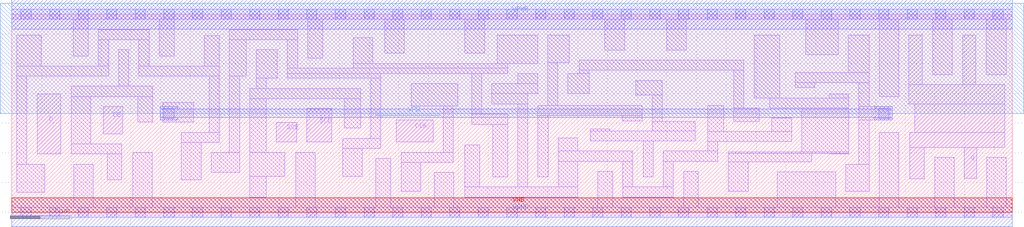
<source format=lef>
# Copyright 2020 The SkyWater PDK Authors
#
# Licensed under the Apache License, Version 2.0 (the "License");
# you may not use this file except in compliance with the License.
# You may obtain a copy of the License at
#
#     https://www.apache.org/licenses/LICENSE-2.0
#
# Unless required by applicable law or agreed to in writing, software
# distributed under the License is distributed on an "AS IS" BASIS,
# WITHOUT WARRANTIES OR CONDITIONS OF ANY KIND, either express or implied.
# See the License for the specific language governing permissions and
# limitations under the License.
#
# SPDX-License-Identifier: Apache-2.0

VERSION 5.7 ;
  NOWIREEXTENSIONATPIN ON ;
  DIVIDERCHAR "/" ;
  BUSBITCHARS "[]" ;
MACRO sky130_fd_sc_ls__sedfxtp_4
  CLASS CORE ;
  FOREIGN sky130_fd_sc_ls__sedfxtp_4 ;
  ORIGIN  0.000000  0.000000 ;
  SIZE  16.80000 BY  3.330000 ;
  SYMMETRY X Y ;
  SITE unit ;
  PIN D
    ANTENNAGATEAREA  0.159000 ;
    DIRECTION INPUT ;
    USE SIGNAL ;
    PORT
      LAYER li1 ;
        RECT 0.425000 0.980000 0.825000 1.990000 ;
    END
  END D
  PIN DE
    ANTENNAGATEAREA  0.318000 ;
    DIRECTION INPUT ;
    USE SIGNAL ;
    PORT
      LAYER li1 ;
        RECT 1.535000 1.320000 1.865000 1.780000 ;
    END
  END DE
  PIN Q
    ANTENNADIFFAREA  1.097500 ;
    DIRECTION OUTPUT ;
    USE SIGNAL ;
    PORT
      LAYER li1 ;
        RECT 15.065000 1.820000 16.675000 2.150000 ;
        RECT 15.065000 2.150000 15.285000 2.980000 ;
        RECT 15.075000 0.560000 15.325000 1.090000 ;
        RECT 15.075000 1.090000 16.675000 1.340000 ;
        RECT 15.165000 1.340000 16.675000 1.820000 ;
        RECT 15.970000 2.150000 16.185000 2.980000 ;
        RECT 15.995000 0.575000 16.200000 1.090000 ;
    END
  END Q
  PIN SCD
    ANTENNAGATEAREA  0.159000 ;
    DIRECTION INPUT ;
    USE SIGNAL ;
    PORT
      LAYER li1 ;
        RECT 4.955000 1.180000 5.370000 1.745000 ;
    END
  END SCD
  PIN SCE
    ANTENNAGATEAREA  0.318000 ;
    DIRECTION INPUT ;
    USE SIGNAL ;
    PORT
      LAYER li1 ;
        RECT 4.445000 1.180000 4.785000 1.510000 ;
    END
  END SCE
  PIN CLK
    ANTENNAGATEAREA  0.279000 ;
    DIRECTION INPUT ;
    USE CLOCK ;
    PORT
      LAYER li1 ;
        RECT 6.455000 1.180000 7.075000 1.550000 ;
    END
  END CLK
  PIN VGND
    DIRECTION INOUT ;
    SHAPE ABUTMENT ;
    USE GROUND ;
    PORT
      LAYER met1 ;
        RECT 0.000000 -0.245000 16.800000 0.245000 ;
    END
  END VGND
  PIN VNB
    DIRECTION INOUT ;
    USE GROUND ;
    PORT
      LAYER pwell ;
        RECT 0.000000 0.000000 16.800000 0.245000 ;
    END
  END VNB
  PIN VPB
    DIRECTION INOUT ;
    USE POWER ;
    PORT
      LAYER nwell ;
        RECT -0.190000 1.660000 16.990000 3.520000 ;
        RECT  6.115000 1.625000  7.180000 1.660000 ;
    END
  END VPB
  PIN VPWR
    DIRECTION INOUT ;
    SHAPE ABUTMENT ;
    USE POWER ;
    PORT
      LAYER met1 ;
        RECT 0.000000 3.085000 16.800000 3.575000 ;
    END
  END VPWR
  OBS
    LAYER li1 ;
      RECT  0.000000 -0.085000 16.800000 0.085000 ;
      RECT  0.000000  3.245000 16.800000 3.415000 ;
      RECT  0.085000  0.340000  0.550000 0.810000 ;
      RECT  0.085000  0.810000  0.255000 2.290000 ;
      RECT  0.085000  2.290000  1.625000 2.460000 ;
      RECT  0.085000  2.460000  0.495000 2.980000 ;
      RECT  0.995000  0.980000  1.850000 1.150000 ;
      RECT  0.995000  1.150000  1.325000 1.950000 ;
      RECT  0.995000  1.950000  2.365000 2.120000 ;
      RECT  1.035000  2.630000  1.285000 3.245000 ;
      RECT  1.040000  0.085000  1.370000 0.810000 ;
      RECT  1.455000  2.460000  1.625000 2.905000 ;
      RECT  1.455000  2.905000  2.305000 3.075000 ;
      RECT  1.600000  0.545000  1.850000 0.980000 ;
      RECT  1.795000  2.120000  1.965000 2.735000 ;
      RECT  2.030000  0.085000  2.360000 1.005000 ;
      RECT  2.115000  1.520000  2.365000 1.950000 ;
      RECT  2.135000  2.290000  3.485000 2.460000 ;
      RECT  2.135000  2.460000  2.305000 2.905000 ;
      RECT  2.475000  2.630000  2.725000 3.245000 ;
      RECT  2.535000  1.520000  3.055000 1.850000 ;
      RECT  2.850000  0.545000  3.180000 1.175000 ;
      RECT  2.850000  1.175000  3.485000 1.345000 ;
      RECT  3.235000  2.460000  3.485000 2.975000 ;
      RECT  3.315000  1.345000  3.485000 2.290000 ;
      RECT  3.350000  0.675000  3.825000 1.005000 ;
      RECT  3.655000  1.005000  3.825000 2.295000 ;
      RECT  3.655000  2.295000  3.935000 2.905000 ;
      RECT  3.655000  2.905000  4.800000 3.075000 ;
      RECT  3.995000  0.255000  4.275000 0.605000 ;
      RECT  3.995000  0.605000  4.585000 1.010000 ;
      RECT  3.995000  1.010000  4.275000 1.915000 ;
      RECT  3.995000  1.915000  5.860000 2.085000 ;
      RECT  4.105000  2.085000  4.275000 2.255000 ;
      RECT  4.105000  2.255000  4.460000 2.735000 ;
      RECT  4.630000  2.255000  6.200000 2.335000 ;
      RECT  4.630000  2.335000  8.325000 2.425000 ;
      RECT  4.630000  2.425000  4.800000 2.905000 ;
      RECT  4.765000  0.085000  5.095000 1.010000 ;
      RECT  4.970000  2.595000  5.220000 3.245000 ;
      RECT  5.555000  0.605000  5.885000 1.075000 ;
      RECT  5.555000  1.075000  6.200000 1.245000 ;
      RECT  5.580000  1.415000  5.860000 1.915000 ;
      RECT  5.730000  2.425000  8.325000 2.505000 ;
      RECT  5.730000  2.505000  6.060000 2.935000 ;
      RECT  6.030000  1.245000  6.200000 2.255000 ;
      RECT  6.110000  0.085000  6.360000 0.905000 ;
      RECT  6.260000  2.675000  6.590000 3.245000 ;
      RECT  6.540000  0.350000  6.870000 0.840000 ;
      RECT  6.540000  0.840000  7.415000 1.010000 ;
      RECT  6.710000  1.785000  7.490000 2.165000 ;
      RECT  7.095000  0.085000  7.425000 0.670000 ;
      RECT  7.245000  1.010000  7.415000 1.785000 ;
      RECT  7.605000  0.255000  9.505000 0.425000 ;
      RECT  7.605000  0.425000  7.855000 1.130000 ;
      RECT  7.610000  2.675000  7.940000 3.245000 ;
      RECT  7.720000  1.480000  8.325000 1.650000 ;
      RECT  7.720000  1.650000  7.890000 2.335000 ;
      RECT  8.060000  1.820000  8.665000 1.995000 ;
      RECT  8.060000  1.995000  8.830000 2.165000 ;
      RECT  8.075000  0.595000  8.325000 1.480000 ;
      RECT  8.155000  2.505000  8.830000 2.980000 ;
      RECT  8.495000  0.425000  8.665000 1.820000 ;
      RECT  8.495000  2.165000  8.830000 2.335000 ;
      RECT  8.835000  0.595000  9.005000 1.630000 ;
      RECT  8.835000  1.630000 10.585000 1.800000 ;
      RECT  9.000000  1.800000  9.170000 2.520000 ;
      RECT  9.000000  2.520000  9.360000 2.980000 ;
      RECT  9.175000  0.425000  9.505000 0.860000 ;
      RECT  9.175000  0.860000 10.430000 1.030000 ;
      RECT  9.175000  1.030000  9.505000 1.255000 ;
      RECT  9.340000  2.000000  9.700000 2.330000 ;
      RECT  9.530000  2.330000  9.700000 2.390000 ;
      RECT  9.530000  2.390000 12.295000 2.560000 ;
      RECT  9.715000  1.200000 11.475000 1.370000 ;
      RECT  9.715000  1.370000 10.045000 1.405000 ;
      RECT  9.840000  0.085000 10.090000 0.690000 ;
      RECT  9.960000  2.730000 10.290000 3.245000 ;
      RECT 10.255000  1.540000 10.585000 1.630000 ;
      RECT 10.260000  0.255000 11.110000 0.425000 ;
      RECT 10.260000  0.425000 10.430000 0.860000 ;
      RECT 10.475000  1.970000 10.925000 2.220000 ;
      RECT 10.600000  0.595000 10.770000 1.200000 ;
      RECT 10.755000  1.370000 11.475000 1.530000 ;
      RECT 10.755000  1.530000 10.925000 1.970000 ;
      RECT 10.940000  0.425000 11.110000 0.860000 ;
      RECT 10.940000  0.860000 11.855000 1.030000 ;
      RECT 10.995000  2.730000 11.325000 3.245000 ;
      RECT 11.280000  0.085000 11.530000 0.690000 ;
      RECT 11.685000  1.030000 11.855000 1.190000 ;
      RECT 11.685000  1.190000 13.095000 1.360000 ;
      RECT 11.685000  1.360000 11.955000 1.800000 ;
      RECT 12.035000  0.350000 12.365000 0.850000 ;
      RECT 12.035000  0.850000 13.435000 0.990000 ;
      RECT 12.035000  0.990000 14.055000 1.020000 ;
      RECT 12.125000  1.530000 12.555000 1.755000 ;
      RECT 12.125000  1.755000 12.295000 2.390000 ;
      RECT 12.465000  1.925000 12.895000 2.980000 ;
      RECT 12.725000  1.755000 14.055000 1.925000 ;
      RECT 12.765000  1.360000 13.095000 1.585000 ;
      RECT 12.855000  0.085000 13.835000 0.680000 ;
      RECT 13.155000  2.095000 13.485000 2.180000 ;
      RECT 13.155000  2.180000 14.395000 2.350000 ;
      RECT 13.265000  1.020000 14.055000 1.755000 ;
      RECT 13.335000  2.650000 13.875000 3.245000 ;
      RECT 13.725000  0.980000 14.055000 0.990000 ;
      RECT 13.725000  1.925000 14.055000 1.990000 ;
      RECT 14.005000  0.350000 14.395000 0.810000 ;
      RECT 14.045000  2.350000 14.395000 2.980000 ;
      RECT 14.225000  0.810000 14.395000 1.550000 ;
      RECT 14.225000  1.550000 14.755000 1.780000 ;
      RECT 14.225000  1.780000 14.395000 2.180000 ;
      RECT 14.565000  0.085000 14.895000 1.340000 ;
      RECT 14.565000  1.950000 14.895000 3.245000 ;
      RECT 15.465000  2.320000 15.795000 3.245000 ;
      RECT 15.495000  0.085000 15.825000 0.920000 ;
      RECT 16.365000  2.320000 16.695000 3.245000 ;
      RECT 16.370000  0.085000 16.700000 0.920000 ;
    LAYER mcon ;
      RECT  0.155000 -0.085000  0.325000 0.085000 ;
      RECT  0.155000  3.245000  0.325000 3.415000 ;
      RECT  0.635000 -0.085000  0.805000 0.085000 ;
      RECT  0.635000  3.245000  0.805000 3.415000 ;
      RECT  1.115000 -0.085000  1.285000 0.085000 ;
      RECT  1.115000  3.245000  1.285000 3.415000 ;
      RECT  1.595000 -0.085000  1.765000 0.085000 ;
      RECT  1.595000  3.245000  1.765000 3.415000 ;
      RECT  2.075000 -0.085000  2.245000 0.085000 ;
      RECT  2.075000  3.245000  2.245000 3.415000 ;
      RECT  2.555000 -0.085000  2.725000 0.085000 ;
      RECT  2.555000  1.580000  2.725000 1.750000 ;
      RECT  2.555000  3.245000  2.725000 3.415000 ;
      RECT  3.035000 -0.085000  3.205000 0.085000 ;
      RECT  3.035000  3.245000  3.205000 3.415000 ;
      RECT  3.515000 -0.085000  3.685000 0.085000 ;
      RECT  3.515000  3.245000  3.685000 3.415000 ;
      RECT  3.995000 -0.085000  4.165000 0.085000 ;
      RECT  3.995000  3.245000  4.165000 3.415000 ;
      RECT  4.475000 -0.085000  4.645000 0.085000 ;
      RECT  4.475000  3.245000  4.645000 3.415000 ;
      RECT  4.955000 -0.085000  5.125000 0.085000 ;
      RECT  4.955000  3.245000  5.125000 3.415000 ;
      RECT  5.435000 -0.085000  5.605000 0.085000 ;
      RECT  5.435000  3.245000  5.605000 3.415000 ;
      RECT  5.915000 -0.085000  6.085000 0.085000 ;
      RECT  5.915000  3.245000  6.085000 3.415000 ;
      RECT  6.395000 -0.085000  6.565000 0.085000 ;
      RECT  6.395000  3.245000  6.565000 3.415000 ;
      RECT  6.875000 -0.085000  7.045000 0.085000 ;
      RECT  6.875000  3.245000  7.045000 3.415000 ;
      RECT  7.355000 -0.085000  7.525000 0.085000 ;
      RECT  7.355000  3.245000  7.525000 3.415000 ;
      RECT  7.835000 -0.085000  8.005000 0.085000 ;
      RECT  7.835000  3.245000  8.005000 3.415000 ;
      RECT  8.315000 -0.085000  8.485000 0.085000 ;
      RECT  8.315000  3.245000  8.485000 3.415000 ;
      RECT  8.795000 -0.085000  8.965000 0.085000 ;
      RECT  8.795000  3.245000  8.965000 3.415000 ;
      RECT  9.275000 -0.085000  9.445000 0.085000 ;
      RECT  9.275000  3.245000  9.445000 3.415000 ;
      RECT  9.755000 -0.085000  9.925000 0.085000 ;
      RECT  9.755000  3.245000  9.925000 3.415000 ;
      RECT 10.235000 -0.085000 10.405000 0.085000 ;
      RECT 10.235000  3.245000 10.405000 3.415000 ;
      RECT 10.715000 -0.085000 10.885000 0.085000 ;
      RECT 10.715000  3.245000 10.885000 3.415000 ;
      RECT 11.195000 -0.085000 11.365000 0.085000 ;
      RECT 11.195000  3.245000 11.365000 3.415000 ;
      RECT 11.675000 -0.085000 11.845000 0.085000 ;
      RECT 11.675000  3.245000 11.845000 3.415000 ;
      RECT 12.155000 -0.085000 12.325000 0.085000 ;
      RECT 12.155000  3.245000 12.325000 3.415000 ;
      RECT 12.635000 -0.085000 12.805000 0.085000 ;
      RECT 12.635000  3.245000 12.805000 3.415000 ;
      RECT 13.115000 -0.085000 13.285000 0.085000 ;
      RECT 13.115000  3.245000 13.285000 3.415000 ;
      RECT 13.595000 -0.085000 13.765000 0.085000 ;
      RECT 13.595000  3.245000 13.765000 3.415000 ;
      RECT 14.075000 -0.085000 14.245000 0.085000 ;
      RECT 14.075000  3.245000 14.245000 3.415000 ;
      RECT 14.555000 -0.085000 14.725000 0.085000 ;
      RECT 14.555000  1.580000 14.725000 1.750000 ;
      RECT 14.555000  3.245000 14.725000 3.415000 ;
      RECT 15.035000 -0.085000 15.205000 0.085000 ;
      RECT 15.035000  3.245000 15.205000 3.415000 ;
      RECT 15.515000 -0.085000 15.685000 0.085000 ;
      RECT 15.515000  3.245000 15.685000 3.415000 ;
      RECT 15.995000 -0.085000 16.165000 0.085000 ;
      RECT 15.995000  3.245000 16.165000 3.415000 ;
      RECT 16.475000 -0.085000 16.645000 0.085000 ;
      RECT 16.475000  3.245000 16.645000 3.415000 ;
    LAYER met1 ;
      RECT  2.495000 1.550000  2.785000 1.595000 ;
      RECT  2.495000 1.595000 14.785000 1.735000 ;
      RECT  2.495000 1.735000  2.785000 1.780000 ;
      RECT 14.495000 1.550000 14.785000 1.595000 ;
      RECT 14.495000 1.735000 14.785000 1.780000 ;
  END
END sky130_fd_sc_ls__sedfxtp_4
END LIBRARY

</source>
